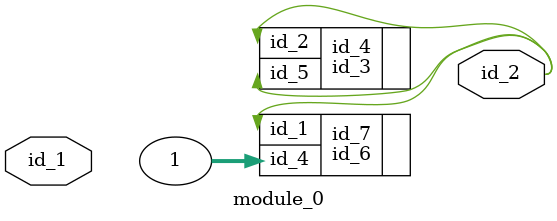
<source format=v>
module module_0 (
    id_1,
    id_2
);
  output id_2;
  input id_1;
  id_3 id_4 (
      .id_2(id_1),
      .id_2(id_2),
      .id_5(id_2)
  );
  id_6 id_7 (
      .id_4(1),
      .id_1(id_2)
  );
endmodule

</source>
